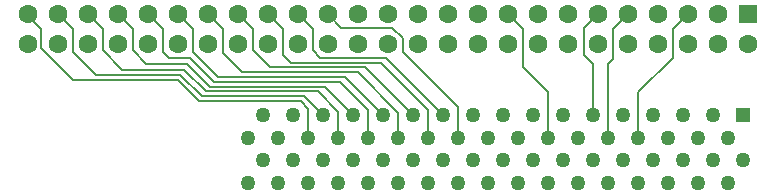
<source format=gtl>
G04*
G04 #@! TF.GenerationSoftware,Altium Limited,Altium Designer,20.2.6 (244)*
G04*
G04 Layer_Physical_Order=1*
G04 Layer_Color=255*
%FSAX24Y24*%
%MOIN*%
G70*
G04*
G04 #@! TF.SameCoordinates,4ACB88D7-B294-410B-95FA-DE5AC106DB3D*
G04*
G04*
G04 #@! TF.FilePolarity,Positive*
G04*
G01*
G75*
%ADD18C,0.0080*%
%ADD19C,0.0500*%
%ADD20R,0.0500X0.0500*%
%ADD21C,0.0630*%
%ADD22R,0.0630X0.0630*%
D18*
X237739Y130905D02*
X238429Y130215D01*
X233177Y131974D02*
X234246Y130905D01*
X237739D01*
X238429Y130215D02*
X241839D01*
X242742Y133115D02*
X243192Y132665D01*
X244889D02*
X245239Y132315D01*
X243192Y132665D02*
X244889D01*
X235239Y131915D02*
X235889Y131265D01*
X237939D02*
X238669Y130535D01*
X235889Y131265D02*
X237939D01*
X245239Y131865D02*
Y132315D01*
Y131865D02*
X247089Y130015D01*
Y128990D02*
Y130015D01*
X249239Y131365D02*
Y132618D01*
X250089Y128990D02*
Y130515D01*
X249239Y131365D02*
X250089Y130515D01*
X251289Y131765D02*
X251589Y131465D01*
X251289Y131765D02*
Y132662D01*
X251742Y133115D01*
X243089Y128990D02*
Y129865D01*
X238669Y130535D02*
X242419D01*
X243089Y129865D01*
X234239Y131865D02*
X235019Y131085D01*
X237819D02*
X238529Y130375D01*
X236239Y131915D02*
X236689Y131465D01*
X235019Y131085D02*
X237819D01*
X236689Y131465D02*
X238039D01*
X238809Y130695D01*
X244509Y131495D02*
X246089Y129915D01*
X241509Y131495D02*
X244509D01*
X242489Y131665D02*
X244664D01*
X246589Y129740D01*
X252089Y131465D02*
X252239Y131615D01*
Y132612D01*
X252089Y128990D02*
Y131465D01*
X252239Y132612D02*
X252742Y133115D01*
X238529Y130375D02*
X241954D01*
X239879Y131175D02*
X243729D01*
X245089Y129815D01*
X241239Y131765D02*
X241509Y131495D01*
X241954Y130375D02*
X242589Y129740D01*
X242634Y130695D02*
X243589Y129740D01*
X239089Y131015D02*
X243314D01*
X241839Y130215D02*
X242089Y129965D01*
X243994Y131335D02*
X245589Y129740D01*
X240819Y131335D02*
X243994D01*
X239239Y131815D02*
X239879Y131175D01*
X238149Y131655D02*
X238949Y130855D01*
X240239Y131915D02*
X240819Y131335D01*
X238949Y130855D02*
X243149D01*
X244089Y129915D01*
X238809Y130695D02*
X242634D01*
X243314Y131015D02*
X244589Y129740D01*
X238239Y131865D02*
X239089Y131015D01*
X242089Y128990D02*
Y129965D01*
X242242Y131912D02*
X242489Y131665D01*
X241742Y133115D02*
X242242Y132615D01*
Y131912D02*
Y132615D01*
X237446Y131655D02*
X238149D01*
X237239Y131862D02*
X237446Y131655D01*
X232742Y133043D02*
Y133115D01*
Y133043D02*
X233177Y132608D01*
Y131974D02*
Y132608D01*
X234239Y131865D02*
Y132618D01*
X235239Y131915D02*
Y132618D01*
X238239Y131865D02*
Y132618D01*
X236239Y131915D02*
Y132618D01*
X237239Y131862D02*
Y132618D01*
X233742Y133115D02*
X234239Y132618D01*
X240742Y133115D02*
X241239Y132618D01*
Y131765D02*
Y132618D01*
X246089Y128990D02*
Y129915D01*
X239742Y133115D02*
X240239Y132618D01*
Y131915D02*
Y132618D01*
X238742Y133115D02*
X239239Y132618D01*
Y131815D02*
Y132618D01*
X245089Y128990D02*
Y129815D01*
X237742Y133115D02*
X238239Y132618D01*
X236742Y133115D02*
X237239Y132618D01*
X244089Y128990D02*
Y129915D01*
X235742Y133115D02*
X236239Y132618D01*
X234742Y133115D02*
X235239Y132618D01*
X251589Y129740D02*
Y131465D01*
X254239Y132612D02*
X254742Y133115D01*
X254239Y131665D02*
Y132612D01*
X253089Y128990D02*
Y130515D01*
X254239Y131665D01*
X248742Y133115D02*
X249239Y132618D01*
D19*
X256089Y127490D02*
D03*
X252089D02*
D03*
X248089D02*
D03*
X244089D02*
D03*
X240089D02*
D03*
X256089Y128990D02*
D03*
X254589Y128240D02*
D03*
X252089Y128990D02*
D03*
X250589Y128240D02*
D03*
X248089Y128990D02*
D03*
X246589Y128240D02*
D03*
X244089Y128990D02*
D03*
X242589Y128240D02*
D03*
X240089Y128990D02*
D03*
X254589Y129740D02*
D03*
X250589D02*
D03*
X246589D02*
D03*
X242589D02*
D03*
X254089Y127490D02*
D03*
X253089D02*
D03*
X251089D02*
D03*
X250089D02*
D03*
X246089D02*
D03*
X247089D02*
D03*
X245089D02*
D03*
X243089D02*
D03*
X242089D02*
D03*
X241089D02*
D03*
X256589Y128240D02*
D03*
X253589D02*
D03*
X252589D02*
D03*
X254089Y128990D02*
D03*
X253089D02*
D03*
X249589Y128240D02*
D03*
X251589D02*
D03*
X251089Y128990D02*
D03*
X250089D02*
D03*
X247589Y128240D02*
D03*
X248589D02*
D03*
X247089Y128990D02*
D03*
X246089D02*
D03*
X244589Y128240D02*
D03*
X243589D02*
D03*
X243089Y128990D02*
D03*
X245089D02*
D03*
X241589Y128240D02*
D03*
X240589D02*
D03*
X241089Y128990D02*
D03*
X242089D02*
D03*
X252589Y129740D02*
D03*
X253589D02*
D03*
X249589D02*
D03*
X251589D02*
D03*
X248589D02*
D03*
X247589D02*
D03*
X244589D02*
D03*
X243589D02*
D03*
X240589D02*
D03*
X241589D02*
D03*
X249089Y127490D02*
D03*
X255089D02*
D03*
X255589Y128240D02*
D03*
X245589D02*
D03*
X255089Y128990D02*
D03*
X249089D02*
D03*
X255589Y129740D02*
D03*
X245589D02*
D03*
D20*
X256589D02*
D03*
D21*
X236742Y133115D02*
D03*
Y132115D02*
D03*
X235742Y133115D02*
D03*
X234742Y133115D02*
D03*
X233742D02*
D03*
X232742D02*
D03*
X235742Y132115D02*
D03*
X234742Y132115D02*
D03*
X233742D02*
D03*
X232742D02*
D03*
X247742D02*
D03*
X246742D02*
D03*
Y133115D02*
D03*
X247742D02*
D03*
X248742Y132115D02*
D03*
X249742Y132115D02*
D03*
X248742Y133115D02*
D03*
X249742Y133115D02*
D03*
X256742Y132115D02*
D03*
X255742Y133115D02*
D03*
Y132115D02*
D03*
X254742Y133115D02*
D03*
Y132115D02*
D03*
X253742Y133115D02*
D03*
Y132115D02*
D03*
X252742Y133115D02*
D03*
X251742D02*
D03*
X252742Y132115D02*
D03*
X251742D02*
D03*
X250742Y133115D02*
D03*
Y132115D02*
D03*
X245742Y133115D02*
D03*
Y132115D02*
D03*
X244742Y133115D02*
D03*
X243742Y133115D02*
D03*
X242742D02*
D03*
X241742D02*
D03*
X244742Y132115D02*
D03*
X243742Y132115D02*
D03*
X242742D02*
D03*
X241742D02*
D03*
X240742Y133115D02*
D03*
X239742Y133115D02*
D03*
X238742Y133115D02*
D03*
X237742D02*
D03*
X240742Y132115D02*
D03*
X239742Y132115D02*
D03*
X238742Y132115D02*
D03*
X237742D02*
D03*
D22*
X256742Y133115D02*
D03*
M02*

</source>
